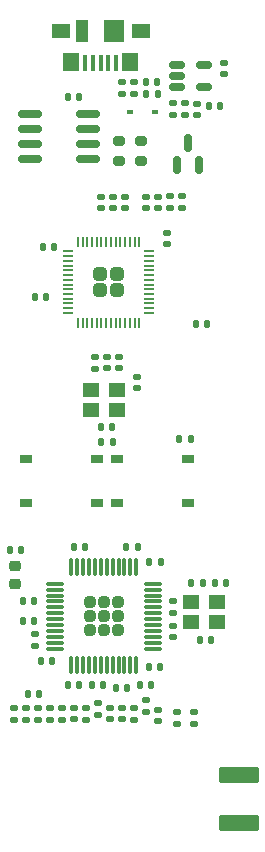
<source format=gbr>
%TF.GenerationSoftware,KiCad,Pcbnew,6.0.2+dfsg-1*%
%TF.CreationDate,2022-12-03T09:23:02-05:00*%
%TF.ProjectId,wiz5500-clone-4layer,77697a35-3530-4302-9d63-6c6f6e652d34,rev?*%
%TF.SameCoordinates,Original*%
%TF.FileFunction,Paste,Top*%
%TF.FilePolarity,Positive*%
%FSLAX46Y46*%
G04 Gerber Fmt 4.6, Leading zero omitted, Abs format (unit mm)*
G04 Created by KiCad (PCBNEW 6.0.2+dfsg-1) date 2022-12-03 09:23:02*
%MOMM*%
%LPD*%
G01*
G04 APERTURE LIST*
G04 Aperture macros list*
%AMRoundRect*
0 Rectangle with rounded corners*
0 $1 Rounding radius*
0 $2 $3 $4 $5 $6 $7 $8 $9 X,Y pos of 4 corners*
0 Add a 4 corners polygon primitive as box body*
4,1,4,$2,$3,$4,$5,$6,$7,$8,$9,$2,$3,0*
0 Add four circle primitives for the rounded corners*
1,1,$1+$1,$2,$3*
1,1,$1+$1,$4,$5*
1,1,$1+$1,$6,$7*
1,1,$1+$1,$8,$9*
0 Add four rect primitives between the rounded corners*
20,1,$1+$1,$2,$3,$4,$5,0*
20,1,$1+$1,$4,$5,$6,$7,0*
20,1,$1+$1,$6,$7,$8,$9,0*
20,1,$1+$1,$8,$9,$2,$3,0*%
G04 Aperture macros list end*
%ADD10RoundRect,0.150000X-0.825000X-0.150000X0.825000X-0.150000X0.825000X0.150000X-0.825000X0.150000X0*%
%ADD11R,1.000000X0.750000*%
%ADD12RoundRect,0.140000X0.170000X-0.140000X0.170000X0.140000X-0.170000X0.140000X-0.170000X-0.140000X0*%
%ADD13RoundRect,0.140000X-0.170000X0.140000X-0.170000X-0.140000X0.170000X-0.140000X0.170000X0.140000X0*%
%ADD14RoundRect,0.135000X-0.185000X0.135000X-0.185000X-0.135000X0.185000X-0.135000X0.185000X0.135000X0*%
%ADD15RoundRect,0.135000X-0.135000X-0.185000X0.135000X-0.185000X0.135000X0.185000X-0.135000X0.185000X0*%
%ADD16RoundRect,0.140000X-0.140000X-0.170000X0.140000X-0.170000X0.140000X0.170000X-0.140000X0.170000X0*%
%ADD17RoundRect,0.140000X0.140000X0.170000X-0.140000X0.170000X-0.140000X-0.170000X0.140000X-0.170000X0*%
%ADD18RoundRect,0.200000X0.275000X-0.200000X0.275000X0.200000X-0.275000X0.200000X-0.275000X-0.200000X0*%
%ADD19RoundRect,0.135000X0.185000X-0.135000X0.185000X0.135000X-0.185000X0.135000X-0.185000X-0.135000X0*%
%ADD20RoundRect,0.135000X0.135000X0.185000X-0.135000X0.185000X-0.135000X-0.185000X0.135000X-0.185000X0*%
%ADD21R,0.600000X0.450000*%
%ADD22R,0.450000X1.380000*%
%ADD23R,1.425000X1.550000*%
%ADD24R,1.650000X1.300000*%
%ADD25R,1.800000X1.900000*%
%ADD26R,1.000000X1.900000*%
%ADD27RoundRect,0.249999X1.450001X-0.450001X1.450001X0.450001X-1.450001X0.450001X-1.450001X-0.450001X0*%
%ADD28R,1.400000X1.200000*%
%ADD29RoundRect,0.150000X-0.512500X-0.150000X0.512500X-0.150000X0.512500X0.150000X-0.512500X0.150000X0*%
%ADD30RoundRect,0.242500X-0.242500X-0.242500X0.242500X-0.242500X0.242500X0.242500X-0.242500X0.242500X0*%
%ADD31RoundRect,0.075000X-0.662500X-0.075000X0.662500X-0.075000X0.662500X0.075000X-0.662500X0.075000X0*%
%ADD32RoundRect,0.075000X-0.075000X-0.662500X0.075000X-0.662500X0.075000X0.662500X-0.075000X0.662500X0*%
%ADD33RoundRect,0.250000X-0.315000X-0.315000X0.315000X-0.315000X0.315000X0.315000X-0.315000X0.315000X0*%
%ADD34RoundRect,0.050000X-0.387500X-0.050000X0.387500X-0.050000X0.387500X0.050000X-0.387500X0.050000X0*%
%ADD35RoundRect,0.050000X-0.050000X-0.387500X0.050000X-0.387500X0.050000X0.387500X-0.050000X0.387500X0*%
%ADD36RoundRect,0.218750X-0.256250X0.218750X-0.256250X-0.218750X0.256250X-0.218750X0.256250X0.218750X0*%
%ADD37RoundRect,0.150000X0.150000X-0.587500X0.150000X0.587500X-0.150000X0.587500X-0.150000X-0.587500X0*%
G04 APERTURE END LIST*
D10*
%TO.C,U2*%
X36895000Y-76835000D03*
X36895000Y-78105000D03*
X36895000Y-79375000D03*
X36895000Y-80645000D03*
X41845000Y-80645000D03*
X41845000Y-79375000D03*
X41845000Y-78105000D03*
X41845000Y-76835000D03*
%TD*%
D11*
%TO.C,SW1*%
X36580500Y-106075000D03*
X42580500Y-106075000D03*
X36580500Y-109825000D03*
X42580500Y-109825000D03*
%TD*%
D12*
%TO.C,C5*%
X43942000Y-84808000D03*
X43942000Y-83848000D03*
%TD*%
%TO.C,C17*%
X49022000Y-121130000D03*
X49022000Y-120170000D03*
%TD*%
D13*
%TO.C,C2*%
X44450000Y-97437000D03*
X44450000Y-98397000D03*
%TD*%
D14*
%TO.C,R4*%
X42418000Y-97407000D03*
X42418000Y-98427000D03*
%TD*%
D15*
%TO.C,R7*%
X49528000Y-104394000D03*
X50548000Y-104394000D03*
%TD*%
D11*
%TO.C,SW2*%
X44327500Y-106075000D03*
X50327500Y-106075000D03*
X44327500Y-109825000D03*
X50327500Y-109825000D03*
%TD*%
D15*
%TO.C,R1*%
X46734000Y-75184000D03*
X47754000Y-75184000D03*
%TD*%
D12*
%TO.C,C11*%
X48514000Y-87856000D03*
X48514000Y-86896000D03*
%TD*%
D16*
%TO.C,C35*%
X47018000Y-123698000D03*
X47978000Y-123698000D03*
%TD*%
%TO.C,C12*%
X46764000Y-74168000D03*
X47724000Y-74168000D03*
%TD*%
D12*
%TO.C,C4*%
X47752000Y-84808000D03*
X47752000Y-83848000D03*
%TD*%
D17*
%TO.C,C8*%
X38326000Y-92329000D03*
X37366000Y-92329000D03*
%TD*%
%TO.C,C19*%
X37310000Y-118110000D03*
X36350000Y-118110000D03*
%TD*%
D18*
%TO.C,R12*%
X46355000Y-80835000D03*
X46355000Y-79185000D03*
%TD*%
D19*
%TO.C,R14*%
X37592000Y-128145000D03*
X37592000Y-127125000D03*
%TD*%
D12*
%TO.C,C1*%
X46736000Y-84808000D03*
X46736000Y-83848000D03*
%TD*%
D16*
%TO.C,C37*%
X52606000Y-116586000D03*
X53566000Y-116586000D03*
%TD*%
D20*
%TO.C,R28*%
X51564000Y-116586000D03*
X50544000Y-116586000D03*
%TD*%
D19*
%TO.C,R22*%
X42672000Y-127764000D03*
X42672000Y-126744000D03*
%TD*%
%TO.C,R16*%
X36576000Y-128145000D03*
X36576000Y-127125000D03*
%TD*%
D21*
%TO.C,D1*%
X47532000Y-76708000D03*
X45432000Y-76708000D03*
%TD*%
D22*
%TO.C,P1*%
X44226000Y-72510000D03*
X43576000Y-72510000D03*
X42926000Y-72510000D03*
X42276000Y-72510000D03*
X41626000Y-72510000D03*
D23*
X45413500Y-72425000D03*
X40438500Y-72425000D03*
D24*
X46301000Y-69850000D03*
D25*
X44076000Y-69850000D03*
D26*
X41376000Y-69850000D03*
D24*
X39551000Y-69850000D03*
%TD*%
D14*
%TO.C,R8*%
X50038000Y-75944000D03*
X50038000Y-76964000D03*
%TD*%
D12*
%TO.C,C3*%
X42926000Y-84808000D03*
X42926000Y-83848000D03*
%TD*%
%TO.C,C31*%
X43688000Y-128115000D03*
X43688000Y-127155000D03*
%TD*%
%TO.C,C6*%
X44958000Y-84808000D03*
X44958000Y-83848000D03*
%TD*%
D17*
%TO.C,C23*%
X43152000Y-125222000D03*
X42192000Y-125222000D03*
%TD*%
D27*
%TO.C,C29*%
X54610000Y-136924000D03*
X54610000Y-132824000D03*
%TD*%
D19*
%TO.C,R17*%
X38608000Y-128145000D03*
X38608000Y-127125000D03*
%TD*%
D28*
%TO.C,Y1*%
X42080000Y-101942000D03*
X44280000Y-101942000D03*
X44280000Y-100242000D03*
X42080000Y-100242000D03*
%TD*%
D12*
%TO.C,C32*%
X47752000Y-128242000D03*
X47752000Y-127282000D03*
%TD*%
D15*
%TO.C,R11*%
X45083000Y-113538000D03*
X46103000Y-113538000D03*
%TD*%
D17*
%TO.C,C18*%
X37691000Y-125984000D03*
X36731000Y-125984000D03*
%TD*%
D14*
%TO.C,R25*%
X49403000Y-127506000D03*
X49403000Y-128526000D03*
%TD*%
D19*
%TO.C,R27*%
X49022000Y-119128000D03*
X49022000Y-118108000D03*
%TD*%
D13*
%TO.C,C9*%
X43434000Y-97437000D03*
X43434000Y-98397000D03*
%TD*%
D17*
%TO.C,C7*%
X38961000Y-88138000D03*
X38001000Y-88138000D03*
%TD*%
D29*
%TO.C,U1*%
X49408500Y-72710000D03*
X49408500Y-73660000D03*
X49408500Y-74610000D03*
X51683500Y-74610000D03*
X51683500Y-72710000D03*
%TD*%
D13*
%TO.C,C13*%
X53340000Y-72545000D03*
X53340000Y-73505000D03*
%TD*%
D12*
%TO.C,C27*%
X45974000Y-100048000D03*
X45974000Y-99088000D03*
%TD*%
D16*
%TO.C,C15*%
X35207000Y-113792000D03*
X36167000Y-113792000D03*
%TD*%
D19*
%TO.C,R20*%
X35560000Y-128145000D03*
X35560000Y-127125000D03*
%TD*%
D15*
%TO.C,R18*%
X46988000Y-114808000D03*
X48008000Y-114808000D03*
%TD*%
D28*
%TO.C,Y2*%
X50589000Y-119849000D03*
X52789000Y-119849000D03*
X52789000Y-118149000D03*
X50589000Y-118149000D03*
%TD*%
D17*
%TO.C,C20*%
X37310000Y-119761000D03*
X36350000Y-119761000D03*
%TD*%
D18*
%TO.C,R9*%
X44450000Y-80835000D03*
X44450000Y-79185000D03*
%TD*%
D30*
%TO.C,U3*%
X43180000Y-119380000D03*
X41980000Y-119380000D03*
X43180000Y-120580000D03*
X41980000Y-118180000D03*
X44380000Y-119380000D03*
X44380000Y-118180000D03*
X44380000Y-120580000D03*
X41980000Y-120580000D03*
X43180000Y-118180000D03*
D31*
X39017500Y-116630000D03*
X39017500Y-117130000D03*
X39017500Y-117630000D03*
X39017500Y-118130000D03*
X39017500Y-118630000D03*
X39017500Y-119130000D03*
X39017500Y-119630000D03*
X39017500Y-120130000D03*
X39017500Y-120630000D03*
X39017500Y-121130000D03*
X39017500Y-121630000D03*
X39017500Y-122130000D03*
D32*
X40430000Y-123542500D03*
X40930000Y-123542500D03*
X41430000Y-123542500D03*
X41930000Y-123542500D03*
X42430000Y-123542500D03*
X42930000Y-123542500D03*
X43430000Y-123542500D03*
X43930000Y-123542500D03*
X44430000Y-123542500D03*
X44930000Y-123542500D03*
X45430000Y-123542500D03*
X45930000Y-123542500D03*
D31*
X47342500Y-122130000D03*
X47342500Y-121630000D03*
X47342500Y-121130000D03*
X47342500Y-120630000D03*
X47342500Y-120130000D03*
X47342500Y-119630000D03*
X47342500Y-119130000D03*
X47342500Y-118630000D03*
X47342500Y-118130000D03*
X47342500Y-117630000D03*
X47342500Y-117130000D03*
X47342500Y-116630000D03*
D32*
X45930000Y-115217500D03*
X45430000Y-115217500D03*
X44930000Y-115217500D03*
X44430000Y-115217500D03*
X43930000Y-115217500D03*
X43430000Y-115217500D03*
X42930000Y-115217500D03*
X42430000Y-115217500D03*
X41930000Y-115217500D03*
X41430000Y-115217500D03*
X40930000Y-115217500D03*
X40430000Y-115217500D03*
%TD*%
D15*
%TO.C,R6*%
X42924000Y-104648000D03*
X43944000Y-104648000D03*
%TD*%
D14*
%TO.C,R2*%
X44704000Y-74166000D03*
X44704000Y-75186000D03*
%TD*%
D12*
%TO.C,C28*%
X51054000Y-76934000D03*
X51054000Y-75974000D03*
%TD*%
D17*
%TO.C,C34*%
X45184000Y-125476000D03*
X44224000Y-125476000D03*
%TD*%
D19*
%TO.C,R21*%
X46736000Y-127510000D03*
X46736000Y-126490000D03*
%TD*%
%TO.C,R10*%
X39624000Y-128145000D03*
X39624000Y-127125000D03*
%TD*%
%TO.C,R15*%
X48768000Y-84838000D03*
X48768000Y-83818000D03*
%TD*%
D16*
%TO.C,C14*%
X52098000Y-76200000D03*
X53058000Y-76200000D03*
%TD*%
D14*
%TO.C,R26*%
X37338000Y-120902000D03*
X37338000Y-121922000D03*
%TD*%
%TO.C,R13*%
X49784000Y-83818000D03*
X49784000Y-84838000D03*
%TD*%
D19*
%TO.C,R3*%
X45720000Y-75186000D03*
X45720000Y-74166000D03*
%TD*%
D17*
%TO.C,C25*%
X41120000Y-75438000D03*
X40160000Y-75438000D03*
%TD*%
D33*
%TO.C,U4*%
X44280000Y-91800000D03*
X42880000Y-90400000D03*
X42880000Y-91800000D03*
X44280000Y-90400000D03*
D34*
X40142500Y-88500000D03*
X40142500Y-88900000D03*
X40142500Y-89300000D03*
X40142500Y-89700000D03*
X40142500Y-90100000D03*
X40142500Y-90500000D03*
X40142500Y-90900000D03*
X40142500Y-91300000D03*
X40142500Y-91700000D03*
X40142500Y-92100000D03*
X40142500Y-92500000D03*
X40142500Y-92900000D03*
X40142500Y-93300000D03*
X40142500Y-93700000D03*
D35*
X40980000Y-94537500D03*
X41380000Y-94537500D03*
X41780000Y-94537500D03*
X42180000Y-94537500D03*
X42580000Y-94537500D03*
X42980000Y-94537500D03*
X43380000Y-94537500D03*
X43780000Y-94537500D03*
X44180000Y-94537500D03*
X44580000Y-94537500D03*
X44980000Y-94537500D03*
X45380000Y-94537500D03*
X45780000Y-94537500D03*
X46180000Y-94537500D03*
D34*
X47017500Y-93700000D03*
X47017500Y-93300000D03*
X47017500Y-92900000D03*
X47017500Y-92500000D03*
X47017500Y-92100000D03*
X47017500Y-91700000D03*
X47017500Y-91300000D03*
X47017500Y-90900000D03*
X47017500Y-90500000D03*
X47017500Y-90100000D03*
X47017500Y-89700000D03*
X47017500Y-89300000D03*
X47017500Y-88900000D03*
X47017500Y-88500000D03*
D35*
X46180000Y-87662500D03*
X45780000Y-87662500D03*
X45380000Y-87662500D03*
X44980000Y-87662500D03*
X44580000Y-87662500D03*
X44180000Y-87662500D03*
X43780000Y-87662500D03*
X43380000Y-87662500D03*
X42980000Y-87662500D03*
X42580000Y-87662500D03*
X42180000Y-87662500D03*
X41780000Y-87662500D03*
X41380000Y-87662500D03*
X40980000Y-87662500D03*
%TD*%
D16*
%TO.C,C26*%
X42954000Y-103378000D03*
X43914000Y-103378000D03*
%TD*%
D12*
%TO.C,C30*%
X40640000Y-128115000D03*
X40640000Y-127155000D03*
%TD*%
%TO.C,C33*%
X44704000Y-128115000D03*
X44704000Y-127155000D03*
%TD*%
D36*
%TO.C,L1*%
X35670348Y-115101664D03*
X35670348Y-116676664D03*
%TD*%
D16*
%TO.C,C10*%
X50955000Y-94615000D03*
X51915000Y-94615000D03*
%TD*%
D17*
%TO.C,C22*%
X41120000Y-125222000D03*
X40160000Y-125222000D03*
%TD*%
D37*
%TO.C,Q1*%
X49342000Y-81201500D03*
X51242000Y-81201500D03*
X50292000Y-79326500D03*
%TD*%
D19*
%TO.C,R24*%
X41656000Y-128145000D03*
X41656000Y-127125000D03*
%TD*%
D16*
%TO.C,C24*%
X46256000Y-125222000D03*
X47216000Y-125222000D03*
%TD*%
D14*
%TO.C,R5*%
X49022000Y-75944000D03*
X49022000Y-76964000D03*
%TD*%
D16*
%TO.C,C21*%
X37874000Y-123190000D03*
X38834000Y-123190000D03*
%TD*%
%TO.C,C36*%
X51300000Y-121412000D03*
X52260000Y-121412000D03*
%TD*%
D19*
%TO.C,R23*%
X45720000Y-128145000D03*
X45720000Y-127125000D03*
%TD*%
D14*
%TO.C,R19*%
X50800000Y-127506000D03*
X50800000Y-128526000D03*
%TD*%
D17*
%TO.C,C16*%
X41628000Y-113538000D03*
X40668000Y-113538000D03*
%TD*%
M02*

</source>
